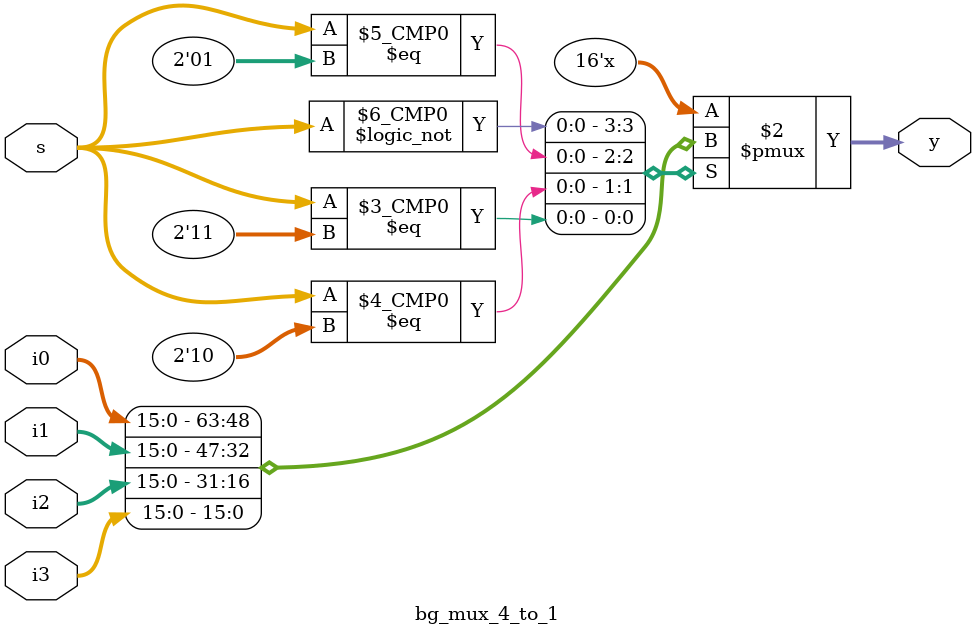
<source format=sv>
module bg_mux_4_to_1
  #(parameter width=16)
  (output logic [width-1:0] y,
   input logic [width-1:0] i0,
   input logic [width-1:0] i1,
   input logic [width-1:0] i2,
   input logic [width-1:0] i3,
   input logic [1:0] s);

  always_comb begin
    case(s)
      2'd0: y = i0;
      2'd1: y = i1;
      2'd2: y = i2;
      2'd3: y = i3;
    endcase
  end

endmodule: bg_mux_4_to_1

</source>
